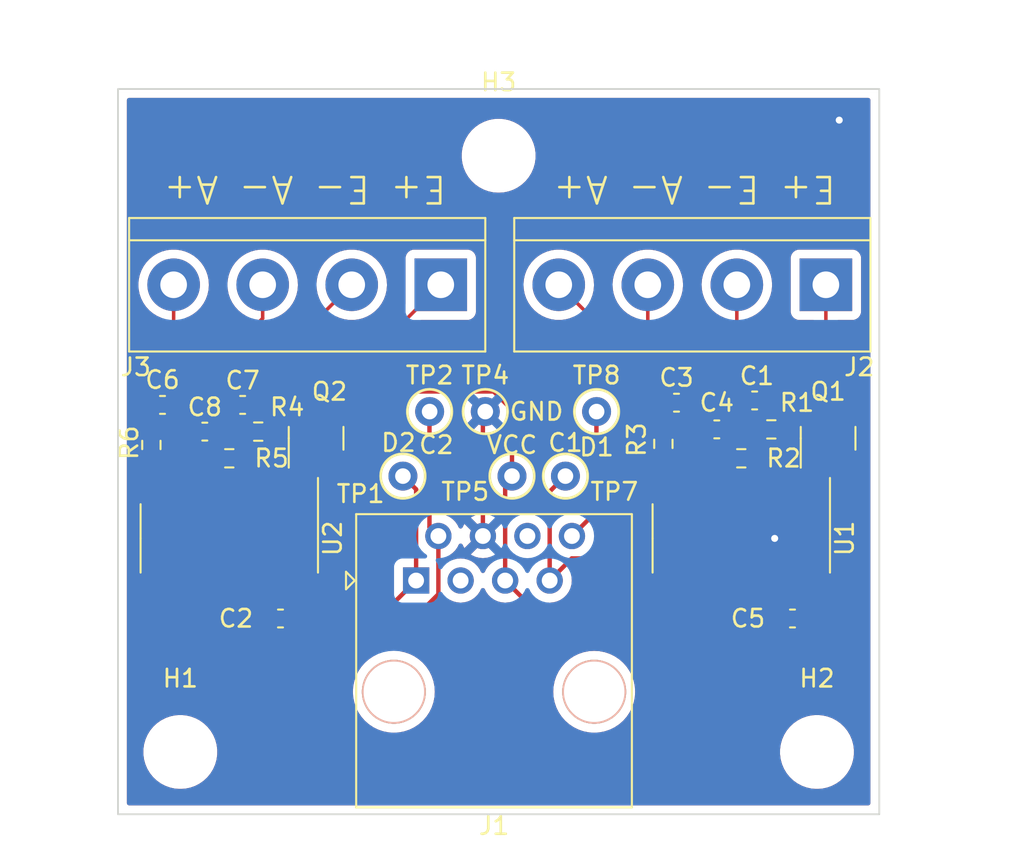
<source format=kicad_pcb>
(kicad_pcb (version 20211014) (generator pcbnew)
  (layers (0 "F.Cu" signal) (31 "B.Cu" signal) (34 "B.Paste" user) (35 "F.Paste" user) (36 "B.SilkS" user "B.Silkscreen") (37 "F.SilkS" user "F.Silkscreen") (38 "B.Mask" user) (39 "F.Mask" user) (44 "Edge.Cuts" user))
  (net 0 "")
  (net 1 "E+1")
  (net 2 "E-1")
  (net 3 "VCC")
  (net 4 "GND")
  (net 5 "A+1")
  (net 6 "A-1")
  (net 7 "Net-(U1-Pad6)")
  (net 8 "A+2")
  (net 9 "A-2")
  (net 10 "E+2")
  (net 11 "E-2")
  (net 12 "Net-(C8-Pad2)")
  (net 13 "Net-(U1-Pad2)")
  (net 14 "Net-(Q2-Pad1)")
  (net 15 "Net-(U1-Pad4)")
  (net 16 "Net-(U1-Pad8)")
  (net 17 "Net-(R4-Pad2)")
  (net 18 "Net-(R6-Pad2)")
  (net 21 "SCK1")
  (net 22 "DOUT1")
  (net 26 "SCK2")
  (net 27 "DOUT2")
  (footprint "4ms_TestPoint:TestPoint_WireHole" (layer "F.Cu") (at 122.936 134.366)
    (fp_text reference "TP8" (at 0 -2.07) (layer "F.SilkS"))
    (fp_text value "D1" (at 0 2.032) (layer "F.SilkS"))
    (fp_circle (center 0 0) (end 0 -1.27) (layer "F.SilkS") (width 0.15) (fill none))
    (pad "1" thru_hole circle locked (at 0 0) (size 1.651 1.651) (drill 0.889) (layers *.Cu *.Mask) (net 22 "DOUT1"))
  )
  (footprint "Package_SO:SOIC-16_3.9x9.9mm_P1.27mm" (layer "F.Cu") (at 101.981 141.605 -90)
    (fp_text reference "U2" (at 0 -5.9 90) (layer "F.SilkS"))
    (fp_text value "HX711")
    (fp_line (start 0 5.06) (end -1.95 5.06) (layer "F.SilkS") (width 0.12))
    (fp_line (start 0 5.06) (end 1.95 5.06) (layer "F.SilkS") (width 0.12))
    (fp_line (start 0 -5.06) (end 1.95 -5.06) (layer "F.SilkS") (width 0.12))
    (fp_line (start 0 -5.06) (end -3.45 -5.06) (layer "F.SilkS") (width 0.12))
    (pad "1" smd roundrect locked (at -2.475 -4.445 270) (size 1.95 0.6) (layers "F.Cu" "F.Paste" "F.Mask") (net 3 "VCC"))
    (pad "2" smd roundrect locked (at -2.475 -3.175 270) (size 1.95 0.6) (layers "F.Cu" "F.Paste" "F.Mask") (net 14 "Net-(Q2-Pad1)"))
    (pad "3" smd roundrect locked (at -2.475 -1.905 270) (size 1.95 0.6) (layers "F.Cu" "F.Paste" "F.Mask") (net 10 "E+2"))
    (pad "4" smd roundrect locked (at -2.475 -0.635 270) (size 1.95 0.6) (layers "F.Cu" "F.Paste" "F.Mask") (net 17 "Net-(R4-Pad2)"))
    (pad "5" smd roundrect locked (at -2.475 0.635 270) (size 1.95 0.6) (layers "F.Cu" "F.Paste" "F.Mask") (net 11 "E-2"))
    (pad "6" smd roundrect locked (at -2.475 1.905 270) (size 1.95 0.6) (layers "F.Cu" "F.Paste" "F.Mask") (net 12 "Net-(C8-Pad2)"))
    (pad "7" smd roundrect locked (at -2.475 3.175 270) (size 1.95 0.6) (layers "F.Cu" "F.Paste" "F.Mask") (net 9 "A-2"))
    (pad "8" smd roundrect locked (at -2.475 4.445 270) (size 1.95 0.6) (layers "F.Cu" "F.Paste" "F.Mask") (net 18 "Net-(R6-Pad2)"))
    (pad "9" smd roundrect locked (at 2.475 4.445 270) (size 1.95 0.6) (layers "F.Cu" "F.Paste" "F.Mask"))
    (pad "10" smd roundrect locked (at 2.475 3.175 270) (size 1.95 0.6) (layers "F.Cu" "F.Paste" "F.Mask"))
    (pad "11" smd roundrect locked (at 2.475 1.905 270) (size 1.95 0.6) (layers "F.Cu" "F.Paste" "F.Mask") (net 26 "SCK2"))
    (pad "12" smd roundrect locked (at 2.475 0.635 270) (size 1.95 0.6) (layers "F.Cu" "F.Paste" "F.Mask") (net 27 "DOUT2"))
    (pad "13" smd roundrect locked (at 2.475 -0.635 270) (size 1.95 0.6) (layers "F.Cu" "F.Paste" "F.Mask"))
    (pad "14" smd roundrect locked (at 2.475 -1.905 270) (size 1.95 0.6) (layers "F.Cu" "F.Paste" "F.Mask") (net 4 "GND"))
    (pad "15" smd roundrect locked (at 2.475 -3.175 270) (size 1.95 0.6) (layers "F.Cu" "F.Paste" "F.Mask") (net 3 "VCC"))
    (pad "16" smd roundrect locked (at 2.475 -4.445 270) (size 1.95 0.6) (layers "F.Cu" "F.Paste" "F.Mask") (net 3 "VCC"))
  )
  (footprint "Capacitor_SMD:C_0603_1608Metric" (layer "F.Cu") (at 134.112 146.177 180)
    (fp_text reference "C5" (at 2.54 0) (layer "F.SilkS"))
    (fp_text value "100n")
    (fp_line (start -0.14058 -0.51) (end 0.14058 -0.51) (layer "F.SilkS") (width 0.12))
    (fp_line (start -0.14058 0.51) (end 0.14058 0.51) (layer "F.SilkS") (width 0.12))
    (pad "1" smd roundrect locked (at -0.775 0 180) (size 0.9 0.95) (layers "F.Cu" "F.Paste" "F.Mask") (net 3 "VCC"))
    (pad "2" smd roundrect locked (at 0.775 0 180) (size 0.9 0.95) (layers "F.Cu" "F.Paste" "F.Mask") (net 4 "GND"))
  )
  (footprint "Package_SO:SOIC-16_3.9x9.9mm_P1.27mm" (layer "F.Cu") (at 131.191 141.605 -90)
    (fp_text reference "U1" (at 0 -5.9 90) (layer "F.SilkS"))
    (fp_text value "HX711")
    (fp_line (start 0 5.06) (end 1.95 5.06) (layer "F.SilkS") (width 0.12))
    (fp_line (start 0 5.06) (end -1.95 5.06) (layer "F.SilkS") (width 0.12))
    (fp_line (start 0 -5.06) (end -3.45 -5.06) (layer "F.SilkS") (width 0.12))
    (fp_line (start 0 -5.06) (end 1.95 -5.06) (layer "F.SilkS") (width 0.12))
    (pad "1" smd roundrect locked (at -2.475 -4.445 270) (size 1.95 0.6) (layers "F.Cu" "F.Paste" "F.Mask") (net 3 "VCC"))
    (pad "2" smd roundrect locked (at -2.475 -3.175 270) (size 1.95 0.6) (layers "F.Cu" "F.Paste" "F.Mask") (net 13 "Net-(U1-Pad2)"))
    (pad "3" smd roundrect locked (at -2.475 -1.905 270) (size 1.95 0.6) (layers "F.Cu" "F.Paste" "F.Mask") (net 1 "E+1"))
    (pad "4" smd roundrect locked (at -2.475 -0.635 270) (size 1.95 0.6) (layers "F.Cu" "F.Paste" "F.Mask") (net 15 "Net-(U1-Pad4)"))
    (pad "5" smd roundrect locked (at -2.475 0.635 270) (size 1.95 0.6) (layers "F.Cu" "F.Paste" "F.Mask") (net 2 "E-1"))
    (pad "6" smd roundrect locked (at -2.475 1.905 270) (size 1.95 0.6) (layers "F.Cu" "F.Paste" "F.Mask") (net 7 "Net-(U1-Pad6)"))
    (pad "7" smd roundrect locked (at -2.475 3.175 270) (size 1.95 0.6) (layers "F.Cu" "F.Paste" "F.Mask") (net 6 "A-1"))
    (pad "8" smd roundrect locked (at -2.475 4.445 270) (size 1.95 0.6) (layers "F.Cu" "F.Paste" "F.Mask") (net 16 "Net-(U1-Pad8)"))
    (pad "9" smd roundrect locked (at 2.475 4.445 270) (size 1.95 0.6) (layers "F.Cu" "F.Paste" "F.Mask"))
    (pad "10" smd roundrect locked (at 2.475 3.175 270) (size 1.95 0.6) (layers "F.Cu" "F.Paste" "F.Mask"))
    (pad "11" smd roundrect locked (at 2.475 1.905 270) (size 1.95 0.6) (layers "F.Cu" "F.Paste" "F.Mask") (net 21 "SCK1"))
    (pad "12" smd roundrect locked (at 2.475 0.635 270) (size 1.95 0.6) (layers "F.Cu" "F.Paste" "F.Mask") (net 22 "DOUT1"))
    (pad "13" smd roundrect locked (at 2.475 -0.635 270) (size 1.95 0.6) (layers "F.Cu" "F.Paste" "F.Mask"))
    (pad "14" smd roundrect locked (at 2.475 -1.905 270) (size 1.95 0.6) (layers "F.Cu" "F.Paste" "F.Mask") (net 4 "GND"))
    (pad "15" smd roundrect locked (at 2.475 -3.175 270) (size 1.95 0.6) (layers "F.Cu" "F.Paste" "F.Mask") (net 3 "VCC"))
    (pad "16" smd roundrect locked (at 2.475 -4.445 270) (size 1.95 0.6) (layers "F.Cu" "F.Paste" "F.Mask") (net 3 "VCC"))
  )
  (footprint "Resistor_SMD:R_0603_1608Metric" (layer "F.Cu") (at 97.536 136.271 -90)
    (fp_text reference "R6" (at -0.127 1.27 90) (layer "F.SilkS"))
    (fp_text value "1.2k")
    (fp_line (start -0.237258 0.5225) (end 0.237258 0.5225) (layer "F.SilkS") (width 0.12))
    (fp_line (start -0.237258 -0.5225) (end 0.237258 -0.5225) (layer "F.SilkS") (width 0.12))
    (pad "1" smd roundrect locked (at -0.825 0 270) (size 0.8 0.95) (layers "F.Cu" "F.Paste" "F.Mask") (net 8 "A+2"))
    (pad "2" smd roundrect locked (at 0.825 0 270) (size 0.8 0.95) (layers "F.Cu" "F.Paste" "F.Mask") (net 18 "Net-(R6-Pad2)"))
  )
  (footprint "Capacitor_SMD:C_0603_1608Metric" (layer "F.Cu") (at 104.902 146.177 180)
    (fp_text reference "C2" (at 2.54 0) (layer "F.SilkS"))
    (fp_text value "100n")
    (fp_line (start -0.14058 -0.51) (end 0.14058 -0.51) (layer "F.SilkS") (width 0.12))
    (fp_line (start -0.14058 0.51) (end 0.14058 0.51) (layer "F.SilkS") (width 0.12))
    (pad "1" smd roundrect locked (at -0.775 0 180) (size 0.9 0.95) (layers "F.Cu" "F.Paste" "F.Mask") (net 3 "VCC"))
    (pad "2" smd roundrect locked (at 0.775 0 180) (size 0.9 0.95) (layers "F.Cu" "F.Paste" "F.Mask") (net 4 "GND"))
  )
  (footprint "Resistor_SMD:R_0603_1608Metric" (layer "F.Cu") (at 101.981 137.033 180)
    (fp_text reference "R5" (at -2.413 0) (layer "F.SilkS"))
    (fp_text value "8.2k")
    (fp_line (start -0.237258 0.5225) (end 0.237258 0.5225) (layer "F.SilkS") (width 0.12))
    (fp_line (start -0.237258 -0.5225) (end 0.237258 -0.5225) (layer "F.SilkS") (width 0.12))
    (pad "1" smd roundrect locked (at -0.825 0 180) (size 0.8 0.95) (layers "F.Cu" "F.Paste" "F.Mask") (net 17 "Net-(R4-Pad2)"))
    (pad "2" smd roundrect locked (at 0.825 0 180) (size 0.8 0.95) (layers "F.Cu" "F.Paste" "F.Mask") (net 11 "E-2"))
  )
  (footprint "Capacitor_SMD:C_0603_1608Metric" (layer "F.Cu") (at 98.171 133.985)
    (fp_text reference "C6" (at 0 -1.43) (layer "F.SilkS"))
    (fp_text value "100n")
    (fp_line (start -0.14058 0.51) (end 0.14058 0.51) (layer "F.SilkS") (width 0.12))
    (fp_line (start -0.14058 -0.51) (end 0.14058 -0.51) (layer "F.SilkS") (width 0.12))
    (pad "1" smd roundrect locked (at -0.775 0) (size 0.9 0.95) (layers "F.Cu" "F.Paste" "F.Mask") (net 8 "A+2"))
    (pad "2" smd roundrect locked (at 0.775 0) (size 0.9 0.95) (layers "F.Cu" "F.Paste" "F.Mask") (net 9 "A-2"))
  )
  (footprint "Capacitor_SMD:C_0603_1608Metric" (layer "F.Cu") (at 131.953 133.731 180)
    (fp_text reference "C1" (at -0.127 1.397) (layer "F.SilkS"))
    (fp_text value "100n")
    (fp_line (start -0.14058 -0.51) (end 0.14058 -0.51) (layer "F.SilkS") (width 0.12))
    (fp_line (start -0.14058 0.51) (end 0.14058 0.51) (layer "F.SilkS") (width 0.12))
    (pad "1" smd roundrect locked (at -0.775 0 180) (size 0.9 0.95) (layers "F.Cu" "F.Paste" "F.Mask") (net 1 "E+1"))
    (pad "2" smd roundrect locked (at 0.775 0 180) (size 0.9 0.95) (layers "F.Cu" "F.Paste" "F.Mask") (net 2 "E-1"))
  )
  (footprint "4ms_TestPoint:TestPoint_WireHole" (layer "F.Cu") (at 113.411 134.366)
    (fp_text reference "TP2" (at 0 -2.07) (layer "F.SilkS"))
    (fp_text value "C2" (at 0.381 1.905) (layer "F.SilkS"))
    (fp_circle (center 0 0) (end 0 -1.27) (layer "F.SilkS") (width 0.15) (fill none))
    (pad "1" thru_hole circle locked (at 0 0) (size 1.651 1.651) (drill 0.889) (layers *.Cu *.Mask) (net 26 "SCK2"))
  )
  (footprint "Capacitor_SMD:C_0603_1608Metric" (layer "F.Cu") (at 127.495 133.858)
    (fp_text reference "C3" (at 0 -1.43) (layer "F.SilkS"))
    (fp_text value "100n")
    (fp_line (start -0.14058 -0.51) (end 0.14058 -0.51) (layer "F.SilkS") (width 0.12))
    (fp_line (start -0.14058 0.51) (end 0.14058 0.51) (layer "F.SilkS") (width 0.12))
    (pad "1" smd roundrect locked (at -0.775 0) (size 0.9 0.95) (layers "F.Cu" "F.Paste" "F.Mask") (net 5 "A+1"))
    (pad "2" smd roundrect locked (at 0.775 0) (size 0.9 0.95) (layers "F.Cu" "F.Paste" "F.Mask") (net 6 "A-1"))
  )
  (footprint "Capacitor_SMD:C_0603_1608Metric" (layer "F.Cu") (at 100.584 135.509 180)
    (fp_text reference "C8" (at 0 1.397) (layer "F.SilkS"))
    (fp_text value "100n")
    (fp_line (start -0.14058 -0.51) (end 0.14058 -0.51) (layer "F.SilkS") (width 0.12))
    (fp_line (start -0.14058 0.51) (end 0.14058 0.51) (layer "F.SilkS") (width 0.12))
    (pad "1" smd roundrect locked (at -0.775 0 180) (size 0.9 0.95) (layers "F.Cu" "F.Paste" "F.Mask") (net 11 "E-2"))
    (pad "2" smd roundrect locked (at 0.775 0 180) (size 0.9 0.95) (layers "F.Cu" "F.Paste" "F.Mask") (net 12 "Net-(C8-Pad2)"))
  )
  (footprint "MountingHole:MountingHole_3.2mm_M3" (layer "F.Cu") (at 99.187 153.797)
    (fp_text reference "H1" (at 0 -4.2) (layer "F.SilkS"))
    (fp_text value "MountingHole")
    (pad "" np_thru_hole circle locked (at 0 0) (size 3.2 3.2) (drill 3.2) (layers *.Cu *.Mask))
  )
  (footprint "Capacitor_SMD:C_0603_1608Metric" (layer "F.Cu") (at 102.743 133.985 180)
    (fp_text reference "C7" (at 0 1.397) (layer "F.SilkS"))
    (fp_text value "100n")
    (fp_line (start -0.14058 0.51) (end 0.14058 0.51) (layer "F.SilkS") (width 0.12))
    (fp_line (start -0.14058 -0.51) (end 0.14058 -0.51) (layer "F.SilkS") (width 0.12))
    (pad "1" smd roundrect locked (at -0.775 0 180) (size 0.9 0.95) (layers "F.Cu" "F.Paste" "F.Mask") (net 10 "E+2"))
    (pad "2" smd roundrect locked (at 0.775 0 180) (size 0.9 0.95) (layers "F.Cu" "F.Paste" "F.Mask") (net 11 "E-2"))
  )
  (footprint "Package_TO_SOT_SMD:SOT-23" (layer "F.Cu") (at 136.144 135.89 90)
    (fp_text reference "Q1" (at 2.667 0) (layer "F.SilkS"))
    (fp_text value "S9015")
    (fp_line (start 0 1.56) (end -0.65 1.56) (layer "F.SilkS") (width 0.12))
    (fp_line (start 0 1.56) (end 0.65 1.56) (layer "F.SilkS") (width 0.12))
    (fp_line (start 0 -1.56) (end 0.65 -1.56) (layer "F.SilkS") (width 0.12))
    (fp_line (start 0 -1.56) (end -1.675 -1.56) (layer "F.SilkS") (width 0.12))
    (pad "1" smd roundrect locked (at -0.9375 -0.95 90) (size 1.475 0.6) (layers "F.Cu" "F.Paste" "F.Mask") (net 13 "Net-(U1-Pad2)"))
    (pad "2" smd roundrect locked (at -0.9375 0.95 90) (size 1.475 0.6) (layers "F.Cu" "F.Paste" "F.Mask") (net 3 "VCC"))
    (pad "3" smd roundrect locked (at 0.9375 0 90) (size 1.475 0.6) (layers "F.Cu" "F.Paste" "F.Mask") (net 1 "E+1"))
  )
  (footprint "TerminalBlock:TerminalBlock_bornier-4_P5.08mm" (layer "F.Cu") (at 114.046 127.127 180)
    (fp_text reference "J3" (at 17.399 -4.699) (layer "F.SilkS"))
    (fp_text value "Screw_Terminal_01x04")
    (fp_line (start -2.54 -3.81) (end -2.54 3.81) (layer "F.SilkS") (width 0.12))
    (fp_line (start 17.78 3.81) (end 17.78 -3.81) (layer "F.SilkS") (width 0.12))
    (fp_line (start -2.54 -3.81) (end 17.78 -3.81) (layer "F.SilkS") (width 0.12))
    (fp_line (start 17.78 2.54) (end -2.54 2.54) (layer "F.SilkS") (width 0.12))
    (fp_line (start -2.54 3.81) (end 17.78 3.81) (layer "F.SilkS") (width 0.12))
    (pad "1" thru_hole rect locked (at 0 0 180) (size 3 3) (drill 1.52) (layers *.Cu *.Mask) (net 10 "E+2"))
    (pad "2" thru_hole circle locked (at 5.08 0 180) (size 3 3) (drill 1.52) (layers *.Cu *.Mask) (net 11 "E-2"))
    (pad "3" thru_hole circle locked (at 10.16 0 180) (size 3 3) (drill 1.52) (layers *.Cu *.Mask) (net 9 "A-2"))
    (pad "4" thru_hole circle locked (at 15.24 0 180) (size 3 3) (drill 1.52) (layers *.Cu *.Mask) (net 8 "A+2"))
  )
  (footprint "4ms_TestPoint:TestPoint_WireHole" (layer "F.Cu") (at 111.887 138.049)
    (fp_text reference "TP1" (at -2.413 1.016) (layer "F.SilkS"))
    (fp_text value "D2" (at -0.254 -1.905) (layer "F.SilkS"))
    (fp_circle (center 0 0) (end 0 -1.27) (layer "F.SilkS") (width 0.15) (fill none))
    (pad "1" thru_hole circle locked (at 0 0) (size 1.651 1.651) (drill 0.889) (layers *.Cu *.Mask) (net 27 "DOUT2"))
  )
  (footprint "Resistor_SMD:R_0603_1608Metric" (layer "F.Cu") (at 131.191 137.033 180)
    (fp_text reference "R2" (at -2.413 0) (layer "F.SilkS"))
    (fp_text value "8.2k")
    (fp_line (start -0.237258 -0.5225) (end 0.237258 -0.5225) (layer "F.SilkS") (width 0.12))
    (fp_line (start -0.237258 0.5225) (end 0.237258 0.5225) (layer "F.SilkS") (width 0.12))
    (pad "1" smd roundrect locked (at -0.825 0 180) (size 0.8 0.95) (layers "F.Cu" "F.Paste" "F.Mask") (net 15 "Net-(U1-Pad4)"))
    (pad "2" smd roundrect locked (at 0.825 0 180) (size 0.8 0.95) (layers "F.Cu" "F.Paste" "F.Mask") (net 2 "E-1"))
  )
  (footprint "TerminalBlock:TerminalBlock_bornier-4_P5.08mm" (layer "F.Cu") (at 136.017 127.127 180)
    (fp_text reference "J2" (at -1.905 -4.699) (layer "F.SilkS"))
    (fp_text value "Screw_Terminal_01x04")
    (fp_line (start 17.78 2.54) (end -2.54 2.54) (layer "F.SilkS") (width 0.12))
    (fp_line (start -2.54 -3.81) (end 17.78 -3.81) (layer "F.SilkS") (width 0.12))
    (fp_line (start -2.54 3.81) (end 17.78 3.81) (layer "F.SilkS") (width 0.12))
    (fp_line (start 17.78 3.81) (end 17.78 -3.81) (layer "F.SilkS") (width 0.12))
    (fp_line (start -2.54 -3.81) (end -2.54 3.81) (layer "F.SilkS") (width 0.12))
    (pad "1" thru_hole rect locked (at 0 0 180) (size 3 3) (drill 1.52) (layers *.Cu *.Mask) (net 1 "E+1"))
    (pad "2" thru_hole circle locked (at 5.08 0 180) (size 3 3) (drill 1.52) (layers *.Cu *.Mask) (net 2 "E-1"))
    (pad "3" thru_hole circle locked (at 10.16 0 180) (size 3 3) (drill 1.52) (layers *.Cu *.Mask) (net 6 "A-1"))
    (pad "4" thru_hole circle locked (at 15.24 0 180) (size 3 3) (drill 1.52) (layers *.Cu *.Mask) (net 5 "A+1"))
  )
  (footprint "4ms_TestPoint:TestPoint_WireHole" (layer "F.Cu") (at 116.586 134.366)
    (fp_text reference "TP4" (at 0 -2.07) (layer "F.SilkS"))
    (fp_text value "GND" (at 2.921 0) (layer "F.SilkS"))
    (fp_circle (center 0 0) (end 0 -1.27) (layer "F.SilkS") (width 0.15) (fill none))
    (pad "1" thru_hole circle locked (at 0 0) (size 1.651 1.651) (drill 0.889) (layers *.Cu *.Mask) (net 4 "GND"))
  )
  (footprint "Package_TO_SOT_SMD:SOT-23" (layer "F.Cu") (at 106.934 135.89 90)
    (fp_text reference "Q2" (at 2.667 0.762) (layer "F.SilkS"))
    (fp_text value "S9015")
    (fp_line (start 0 1.56) (end -0.65 1.56) (layer "F.SilkS") (width 0.12))
    (fp_line (start 0 1.56) (end 0.65 1.56) (layer "F.SilkS") (width 0.12))
    (fp_line (start 0 -1.56) (end 0.65 -1.56) (layer "F.SilkS") (width 0.12))
    (fp_line (start 0 -1.56) (end -1.675 -1.56) (layer "F.SilkS") (width 0.12))
    (pad "1" smd roundrect locked (at -0.9375 -0.95 90) (size 1.475 0.6) (layers "F.Cu" "F.Paste" "F.Mask") (net 14 "Net-(Q2-Pad1)"))
    (pad "2" smd roundrect locked (at -0.9375 0.95 90) (size 1.475 0.6) (layers "F.Cu" "F.Paste" "F.Mask") (net 3 "VCC"))
    (pad "3" smd roundrect locked (at 0.9375 0 90) (size 1.475 0.6) (layers "F.Cu" "F.Paste" "F.Mask") (net 10 "E+2"))
  )
  (footprint "Resistor_SMD:R_0603_1608Metric" (layer "F.Cu") (at 132.905 135.382 180)
    (fp_text reference "R1" (at -1.461 1.524) (layer "F.SilkS"))
    (fp_text value "20k")
    (fp_line (start -0.237258 0.5225) (end 0.237258 0.5225) (layer "F.SilkS") (width 0.12))
    (fp_line (start -0.237258 -0.5225) (end 0.237258 -0.5225) (layer "F.SilkS") (width 0.12))
    (pad "1" smd roundrect locked (at -0.825 0 180) (size 0.8 0.95) (layers "F.Cu" "F.Paste" "F.Mask") (net 1 "E+1"))
    (pad "2" smd roundrect locked (at 0.825 0 180) (size 0.8 0.95) (layers "F.Cu" "F.Paste" "F.Mask") (net 15 "Net-(U1-Pad4)"))
  )
  (footprint "4ms_TestPoint:TestPoint_WireHole" (layer "F.Cu") (at 118.11 138.049)
    (fp_text reference "TP5" (at -2.667 0.889) (layer "F.SilkS"))
    (fp_text value "VCC" (at 0 -1.778) (layer "F.SilkS"))
    (fp_circle (center 0 0) (end 0 -1.27) (layer "F.SilkS") (width 0.15) (fill none))
    (pad "1" thru_hole circle locked (at 0 0) (size 1.651 1.651) (drill 0.889) (layers *.Cu *.Mask) (net 3 "VCC"))
  )
  (footprint "Connector_RJ:RJ45_OST_PJ012-8P8CX_Vertical" (layer "F.Cu") (at 112.6395 144.01)
    (fp_text reference "J1" (at 4.45 14) (layer "F.SilkS"))
    (fp_text value "RJ45")
    (fp_line (start -4 0.5) (end -3.5 0) (layer "F.SilkS") (width 0.12))
    (fp_line (start 12.3 -3.79) (end -3.42 -3.79) (layer "F.SilkS") (width 0.12))
    (fp_line (start -4 -0.5) (end -4 0.5) (layer "F.SilkS") (width 0.12))
    (fp_line (start -3.5 0) (end -4 -0.5) (layer "F.SilkS") (width 0.12))
    (fp_line (start 12.31 12.95) (end -3.42 12.95) (layer "F.SilkS") (width 0.12))
    (fp_line (start 12.31 -3.79) (end 12.31 12.95) (layer "F.SilkS") (width 0.12))
    (fp_line (start -3.42 -3.79) (end -3.42 12.95) (layer "F.SilkS") (width 0.12))
    (pad "" np_thru_hole circle locked (at -1.27 6.35) (size 3.65 3.65) (drill 3.45) (layers *.Cu *.SilkS *.Mask))
    (pad "" np_thru_hole circle locked (at 10.16 6.35) (size 3.65 3.65) (drill 3.45) (layers *.Cu *.SilkS *.Mask))
    (pad "1" thru_hole rect locked (at 0 0) (size 1.5 1.5) (drill 0.9) (layers *.Cu *.Mask) (net 27 "DOUT2"))
    (pad "2" thru_hole circle locked (at 1.27 -2.54) (size 1.5 1.5) (drill 0.9) (layers *.Cu *.Mask) (net 26 "SCK2"))
    (pad "3" thru_hole circle locked (at 2.54 0) (size 1.5 1.5) (drill 0.9) (layers *.Cu *.Mask))
    (pad "4" thru_hole circle locked (at 3.81 -2.54) (size 1.5 1.5) (drill 0.9) (layers *.Cu *.Mask) (net 4 "GND"))
    (pad "5" thru_hole circle locked (at 5.08 0) (size 1.5 1.5) (drill 0.9) (layers *.Cu *.Mask) (net 3 "VCC"))
    (pad "6" thru_hole circle locked (at 6.35 -2.54) (size 1.5 1.5) (drill 0.9) (layers *.Cu *.Mask))
    (pad "7" thru_hole circle locked (at 7.62 0) (size 1.5 1.5) (drill 0.9) (layers *.Cu *.Mask) (net 21 "SCK1"))
    (pad "8" thru_hole circle locked (at 8.89 -2.54) (size 1.5 1.5) (drill 0.9) (layers *.Cu *.Mask) (net 22 "DOUT1"))
  )
  (footprint "Resistor_SMD:R_0603_1608Metric" (layer "F.Cu") (at 103.632 135.509 180)
    (fp_text reference "R4" (at -1.651 1.397) (layer "F.SilkS"))
    (fp_text value "20k")
    (fp_line (start -0.237258 -0.5225) (end 0.237258 -0.5225) (layer "F.SilkS") (width 0.12))
    (fp_line (start -0.237258 0.5225) (end 0.237258 0.5225) (layer "F.SilkS") (width 0.12))
    (pad "1" smd roundrect locked (at -0.825 0 180) (size 0.8 0.95) (layers "F.Cu" "F.Paste" "F.Mask") (net 10 "E+2"))
    (pad "2" smd roundrect locked (at 0.825 0 180) (size 0.8 0.95) (layers "F.Cu" "F.Paste" "F.Mask") (net 17 "Net-(R4-Pad2)"))
  )
  (footprint "4ms_TestPoint:TestPoint_WireHole" (layer "F.Cu") (at 121.158 138.049)
    (fp_text reference "TP7" (at 2.794 0.889) (layer "F.SilkS"))
    (fp_text value "C1" (at 0 -1.905) (layer "F.SilkS"))
    (fp_circle (center 0 0) (end 0 -1.27) (layer "F.SilkS") (width 0.15) (fill none))
    (pad "1" thru_hole circle locked (at 0 0) (size 1.651 1.651) (drill 0.889) (layers *.Cu *.Mask) (net 21 "SCK1"))
  )
  (footprint "MountingHole:MountingHole_3.2mm_M3" (layer "F.Cu") (at 135.509 153.797)
    (fp_text reference "H2" (at 0 -4.2) (layer "F.SilkS"))
    (fp_text value "MountingHole")
    (pad "" np_thru_hole circle locked (at 0 0) (size 3.2 3.2) (drill 3.2) (layers *.Cu *.Mask))
  )
  (footprint "Capacitor_SMD:C_0603_1608Metric" (layer "F.Cu") (at 129.794 135.382 180)
    (fp_text reference "C4" (at 0 1.524) (layer "F.SilkS"))
    (fp_text value "100n")
    (fp_line (start -0.14058 -0.51) (end 0.14058 -0.51) (layer "F.SilkS") (width 0.12))
    (fp_line (start -0.14058 0.51) (end 0.14058 0.51) (layer "F.SilkS") (width 0.12))
    (pad "1" smd roundrect locked (at -0.775 0 180) (size 0.9 0.95) (layers "F.Cu" "F.Paste" "F.Mask") (net 2 "E-1"))
    (pad "2" smd roundrect locked (at 0.775 0 180) (size 0.9 0.95) (layers "F.Cu" "F.Paste" "F.Mask") (net 7 "Net-(U1-Pad6)"))
  )
  (footprint "MountingHole:MountingHole_3.2mm_M3" (layer "F.Cu") (at 117.348 119.761)
    (fp_text reference "H3" (at 0 -4.2) (layer "F.SilkS"))
    (fp_text value "MountingHole")
    (pad "" np_thru_hole circle locked (at 0 0) (size 3.2 3.2) (drill 3.2) (layers *.Cu *.Mask))
  )
  (footprint "Resistor_SMD:R_0603_1608Metric" (layer "F.Cu") (at 126.746 136.208 -90)
    (fp_text reference "R3" (at -0.237258 1.524 90) (layer "F.SilkS"))
    (fp_text value "1.2k")
    (fp_line (start -0.237258 0.5225) (end 0.237258 0.5225) (layer "F.SilkS") (width 0.12))
    (fp_line (start -0.237258 -0.5225) (end 0.237258 -0.5225) (layer "F.SilkS") (width 0.12))
    (pad "1" smd roundrect locked (at -0.825 0 270) (size 0.8 0.95) (layers "F.Cu" "F.Paste" "F.Mask") (net 5 "A+1"))
    (pad "2" smd roundrect locked (at 0.825 0 270) (size 0.8 0.95) (layers "F.Cu" "F.Paste" "F.Mask") (net 16 "Net-(U1-Pad8)"))
  )
  (gr_rect (start 95.631 115.951) (end 139.065 157.353) (layer "Edge.Cuts") (width 0.1) (fill none))
  (gr_text "E+ E- A- A+" (at 106.299 121.666 180) (layer "F.SilkS") (effects (font (size 1.5 1.5))))
  (gr_text "E+ E- A- A+" (at 128.524 121.666 180) (layer "F.SilkS") (effects (font (size 1.5 1.5))))
  (segment (start 132.728 133.731) (end 136.017 130.442) (width 0.2) (layer "F.Cu") (net 1))
  (segment (start 133.096 139.03) (end 133.096 136.016) (width 0.2) (layer "F.Cu") (net 1))
  (segment (start 132.728 133.731) (end 132.728 134.38) (width 0.2) (layer "F.Cu") (net 1))
  (segment (start 133.096 136.016) (end 133.73 135.382) (width 0.2) (layer "F.Cu") (net 1))
  (segment (start 136.144 134.9525) (end 134.1595 134.9525) (width 0.2) (layer "F.Cu") (net 1))
  (segment (start 132.728 134.38) (end 133.73 135.382) (width 0.2) (layer "F.Cu") (net 1))
  (segment (start 134.1595 134.9525) (end 133.73 135.382) (width 0.2) (layer "F.Cu") (net 1))
  (segment (start 136.017 130.442) (end 136.017 127.127) (width 0.2) (layer "F.Cu") (net 1))
  (segment (start 131.178 133.731) (end 131.178 134.773) (width 0.2) (layer "F.Cu") (net 2))
  (segment (start 130.937 133.49) (end 131.178 133.731) (width 0.2) (layer "F.Cu") (net 2))
  (segment (start 130.556 137.223) (end 130.366 137.033) (width 0.2) (layer "F.Cu") (net 2))
  (segment (start 130.556 139.03) (end 130.556 137.223) (width 0.2) (layer "F.Cu") (net 2))
  (segment (start 130.937 127.127) (end 130.937 133.49) (width 0.2) (layer "F.Cu") (net 2))
  (segment (start 131.178 134.773) (end 130.569 135.382) (width 0.2) (layer "F.Cu") (net 2))
  (segment (start 130.366 135.585) (end 130.569 135.382) (width 0.2) (layer "F.Cu") (net 2))
  (segment (start 130.366 137.033) (end 130.366 135.585) (width 0.2) (layer "F.Cu") (net 2))
  (segment (start 107.884 137.572) (end 106.426 139.03) (width 0.25) (layer "F.Cu") (net 3))
  (segment (start 106.426 145.428) (end 105.677 146.177) (width 0.25) (layer "F.Cu") (net 3))
  (segment (start 106.426 139.03) (end 106.426 144.18) (width 0.25) (layer "F.Cu") (net 3))
  (segment (start 137.094 137.572) (end 135.636 139.03) (width 0.25) (layer "F.Cu") (net 3))
  (segment (start 117.062351 133.215989) (end 118.11 134.263638) (width 0.25) (layer "F.Cu") (net 3))
  (segment (start 111.495511 133.215989) (end 117.062351 133.215989) (width 0.25) (layer "F.Cu") (net 3))
  (segment (start 117.7195 144.01) (end 120.68602 146.97652) (width 0.25) (layer "F.Cu") (net 3))
  (segment (start 107.884 136.8275) (end 111.495511 133.215989) (width 0.25) (layer "F.Cu") (net 3))
  (segment (start 135.636 145.428) (end 134.887 146.177) (width 0.25) (layer "F.Cu") (net 3))
  (segment (start 118.11 134.263638) (end 118.11 138.049) (width 0.25) (layer "F.Cu") (net 3))
  (segment (start 137.094 136.8275) (end 137.094 137.572) (width 0.25) (layer "F.Cu") (net 3))
  (segment (start 134.08748 146.97652) (end 134.887 146.177) (width 0.25) (layer "F.Cu") (net 3))
  (segment (start 117.7195 138.422) (end 117.7195 144.01) (width 0.25) (layer "F.Cu") (net 3))
  (segment (start 120.68602 146.97652) (end 134.08748 146.97652) (width 0.25) (layer "F.Cu") (net 3))
  (segment (start 107.884 136.8275) (end 107.884 137.572) (width 0.25) (layer "F.Cu") (net 3))
  (segment (start 135.636 139.03) (end 135.636 144.18) (width 0.25) (layer "F.Cu") (net 3))
  (segment (start 135.636 144.18) (end 135.636 145.428) (width 0.25) (layer "F.Cu") (net 3))
  (segment (start 106.426 144.18) (end 106.426 145.428) (width 0.25) (layer "F.Cu") (net 3))
  (segment (start 106.426 144.18) (end 105.156 144.18) (width 0.25) (layer "F.Cu") (net 3))
  (segment (start 118.1005 138.041) (end 117.7195 138.422) (width 0.25) (layer "F.Cu") (net 3))
  (segment (start 134.366 144.18) (end 135.636 144.18) (width 0.25) (layer "F.Cu") (net 3))
  (segment (start 103.886 144.18) (end 103.886 145.936) (width 0.25) (layer "F.Cu") (net 4))
  (segment (start 103.886 145.936) (end 104.127 146.177) (width 0.25) (layer "F.Cu") (net 4))
  (segment (start 116.4495 134.485) (end 116.5765 134.358) (width 0.25) (layer "F.Cu") (net 4))
  (segment (start 133.337 146.177) (end 133.337 144.421) (width 0.25) (layer "F.Cu") (net 4))
  (segment (start 116.4495 141.47) (end 116.4495 134.485) (width 0.25) (layer "F.Cu") (net 4))
  (segment (start 133.337 144.421) (end 133.096 144.18) (width 0.25) (layer "F.Cu") (net 4))
  (via (at 136.779 117.729) (size 0.8) (drill 0.4) (layers "F.Cu" "B.Cu") (net 4))
  (via (at 133.096 141.605) (size 0.8) (drill 0.4) (layers "F.Cu" "B.Cu") (net 4))
  (segment (start 126.746 133.884) (end 126.72 133.858) (width 0.2) (layer "F.Cu") (net 5))
  (segment (start 120.777 127.127) (end 126.72 133.07) (width 0.2) (layer "F.Cu") (net 5))
  (segment (start 126.72 133.07) (end 126.72 133.858) (width 0.2) (layer "F.Cu") (net 5))
  (segment (start 126.746 135.383) (end 126.746 133.884) (width 0.2) (layer "F.Cu") (net 5))
  (segment (start 128.27 133.858) (end 128.016 134.112) (width 0.2) (layer "F.Cu") (net 6))
  (segment (start 128.016 134.112) (end 128.016 139.03) (width 0.2) (layer "F.Cu") (net 6))
  (segment (start 125.857 131.445) (end 128.27 133.858) (width 0.2) (layer "F.Cu") (net 6))
  (segment (start 125.857 127.127) (end 125.857 131.445) (width 0.2) (layer "F.Cu") (net 6))
  (segment (start 129.019 135.382) (end 129.019 138.763) (width 0.25) (layer "F.Cu") (net 7))
  (segment (start 129.019 138.763) (end 129.286 139.03) (width 0.25) (layer "F.Cu") (net 7))
  (segment (start 97.396 133.985) (end 97.396 135.306) (width 0.2) (layer "F.Cu") (net 8))
  (segment (start 97.396 135.306) (end 97.536 135.446) (width 0.2) (layer "F.Cu") (net 8))
  (segment (start 98.806 132.575) (end 98.806 127.127) (width 0.2) (layer "F.Cu") (net 8))
  (segment (start 97.396 133.985) (end 98.806 132.575) (width 0.2) (layer "F.Cu") (net 8))
  (segment (start 98.946 133.985) (end 103.886 129.045) (width 0.2) (layer "F.Cu") (net 9))
  (segment (start 103.886 129.045) (end 103.886 127.127) (width 0.2) (layer "F.Cu") (net 9))
  (segment (start 98.946 133.985) (end 98.946 138.89) (width 0.2) (layer "F.Cu") (net 9))
  (segment (start 98.946 138.89) (end 98.806 139.03) (width 0.2) (layer "F.Cu") (net 9))
  (segment (start 106.934 134.239) (end 114.046 127.127) (width 0.2) (layer "F.Cu") (net 10))
  (segment (start 106.934 134.9525) (end 106.934 134.239) (width 0.2) (layer "F.Cu") (net 10))
  (segment (start 105.0135 134.9525) (end 106.934 134.9525) (width 0.2) (layer "F.Cu") (net 10))
  (segment (start 104.457 135.509) (end 105.0135 134.9525) (width 0.2) (layer "F.Cu") (net 10))
  (segment (start 104.457 135.509) (end 104.457 138.459) (width 0.2) (layer "F.Cu") (net 10))
  (segment (start 104.457 138.459) (end 103.886 139.03) (width 0.2) (layer "F.Cu") (net 10))
  (segment (start 103.518 134.57) (end 104.457 135.509) (width 0.2) (layer "F.Cu") (net 10))
  (segment (start 103.518 133.985) (end 103.518 134.57) (width 0.2) (layer "F.Cu") (net 10))
  (segment (start 101.359 136.83) (end 101.156 137.033) (width 0.2) (layer "F.Cu") (net 11))
  (segment (start 101.968 133.985) (end 101.968 134.9) (width 0.2) (layer "F.Cu") (net 11))
  (segment (start 102.108 133.985) (end 108.966 127.127) (width 0.2) (layer "F.Cu") (net 11))
  (segment (start 101.968 133.985) (end 102.108 133.985) (width 0.2) (layer "F.Cu") (net 11))
  (segment (start 101.156 137.033) (end 101.156 138.84) (width 0.2) (layer "F.Cu") (net 11))
  (segment (start 101.156 138.84) (end 101.346 139.03) (width 0.2) (layer "F.Cu") (net 11))
  (segment (start 101.359 135.509) (end 101.359 136.83) (width 0.2) (layer "F.Cu") (net 11))
  (segment (start 101.968 134.9) (end 101.359 135.509) (width 0.2) (layer "F.Cu") (net 11))
  (segment (start 99.809 138.763) (end 100.076 139.03) (width 0.25) (layer "F.Cu") (net 12))
  (segment (start 99.809 135.509) (end 99.809 138.763) (width 0.25) (layer "F.Cu") (net 12))
  (segment (start 134.366 137.6555) (end 134.366 139.03) (width 0.25) (layer "F.Cu") (net 13))
  (segment (start 135.194 136.8275) (end 134.366 137.6555) (width 0.25) (layer "F.Cu") (net 13))
  (segment (start 105.984 136.8275) (end 105.156 137.6555) (width 0.25) (layer "F.Cu") (net 14))
  (segment (start 105.156 137.6555) (end 105.156 139.03) (width 0.25) (layer "F.Cu") (net 14))
  (segment (start 132.08 135.382) (end 132.08 136.969) (width 0.25) (layer "F.Cu") (net 15))
  (segment (start 131.826 139.03) (end 131.826 137.223) (width 0.25) (layer "F.Cu") (net 15))
  (segment (start 131.826 137.223) (end 132.016 137.033) (width 0.25) (layer "F.Cu") (net 15))
  (segment (start 132.08 136.969) (end 132.016 137.033) (width 0.25) (layer "F.Cu") (net 15))
  (segment (start 126.746 137.033) (end 126.746 139.03) (width 0.25) (layer "F.Cu") (net 16))
  (segment (start 102.806 138.84) (end 102.616 139.03) (width 0.25) (layer "F.Cu") (net 17))
  (segment (start 102.807 137.032) (end 102.806 137.033) (width 0.25) (layer "F.Cu") (net 17))
  (segment (start 102.807 135.509) (end 102.807 137.032) (width 0.25) (layer "F.Cu") (net 17))
  (segment (start 102.806 137.033) (end 102.806 138.84) (width 0.25) (layer "F.Cu") (net 17))
  (segment (start 97.536 137.096) (end 97.536 139.03) (width 0.25) (layer "F.Cu") (net 18))
  (segment (start 120.2595 144.01) (end 121.5215 142.748) (width 0.25) (layer "F.Cu") (net 21))
  (segment (start 120.2595 138.93) (end 120.2595 144.01) (width 0.25) (layer "F.Cu") (net 21))
  (segment (start 129.286 143.703928) (end 129.286 144.08) (width 0.25) (layer "F.Cu") (net 21))
  (segment (start 128.330072 142.748) (end 129.286 143.703928) (width 0.25) (layer "F.Cu") (net 21))
  (segment (start 121.1485 138.041) (end 120.2595 138.93) (width 0.25) (layer "F.Cu") (net 21))
  (segment (start 121.5215 142.748) (end 128.330072 142.748) (width 0.25) (layer "F.Cu") (net 21))
  (segment (start 130.556 143.703928) (end 127.281592 140.42952) (width 0.25) (layer "F.Cu") (net 22))
  (segment (start 123.28302 140.42952) (end 122.9265 140.073) (width 0.25) (layer "F.Cu") (net 22))
  (segment (start 130.556 144.08) (end 130.556 143.703928) (width 0.25) (layer "F.Cu") (net 22))
  (segment (start 122.9265 140.073) (end 122.9265 134.358) (width 0.25) (layer "F.Cu") (net 22))
  (segment (start 127.281592 140.42952) (end 123.28302 140.42952) (width 0.25) (layer "F.Cu") (net 22))
  (segment (start 121.5295 141.47) (end 122.9265 140.073) (width 0.25) (layer "F.Cu") (net 22))
  (segment (start 103.045968 147.42604) (end 111.27296 147.42604) (width 0.25) (layer "F.Cu") (net 26))
  (segment (start 113.9095 141.47) (end 113.4015 140.962) (width 0.25) (layer "F.Cu") (net 26))
  (segment (start 113.9095 144.7895) (end 113.9095 141.47) (width 0.25) (layer "F.Cu") (net 26))
  (segment (start 113.4015 140.962) (end 113.4015 134.358) (width 0.25) (layer "F.Cu") (net 26))
  (segment (start 111.27296 147.42604) (end 113.9095 144.7895) (width 0.25) (layer "F.Cu") (net 26))
  (segment (start 100.076 144.08) (end 100.076 144.456072) (width 0.25) (layer "F.Cu") (net 26))
  (segment (start 100.076 144.456072) (end 103.045968 147.42604) (width 0.25) (layer "F.Cu") (net 26))
  (segment (start 109.67298 146.97652) (end 112.6395 144.01) (width 0.25) (layer "F.Cu") (net 27))
  (segment (start 112.6395 144.01) (end 112.6395 138.803) (width 0.25) (layer "F.Cu") (net 27))
  (segment (start 101.346 144.08) (end 101.346 144.648138) (width 0.25) (layer "F.Cu") (net 27))
  (segment (start 103.674382 146.97652) (end 109.67298 146.97652) (width 0.25) (layer "F.Cu") (net 27))
  (segment (start 101.346 144.648138) (end 103.674382 146.97652) (width 0.25) (layer "F.Cu") (net 27))
  (segment (start 112.6395 138.803) (end 111.8775 138.041) (width 0.25) (layer "F.Cu") (net 27))
  (zone (net 4) (net_name "GND") (layers F&B.Cu) (connect_pads (clearance 0.508)) (min_thickness 0.254) (fill yes (thermal_gap 0.508) (thermal_bridge_width 0.508))
    (polygon (pts (xy 147.32 160.02) (xy 88.9 160.02) (xy 88.9 110.871) (xy 147.32 110.871)))
  )
)
</source>
